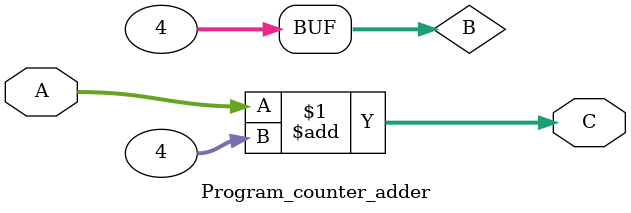
<source format=v>
`timescale 1ns / 1ps


module Program_counter_adder(
    input[31:0]A,
    output [31:0]C
);
wire [31:0]B;
assign B=32'h00000004;
assign C=A+B;
endmodule

</source>
